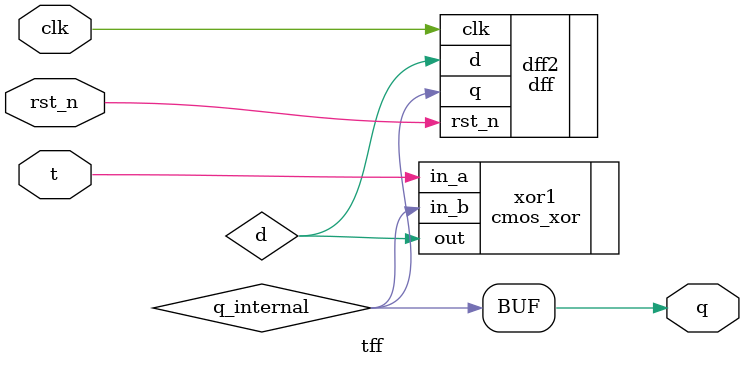
<source format=v>

module tff(
    input rst_n,
    input clk,
    input t,
    output q
);

wire d;
wire q_internal;

// Using XOR combinational logic to convert t to d
//assign d = t ^ q_internal;
cmos_xor xor1(
    .in_a(t),
    .in_b(q_internal),
    .out(d)
);

// Instantiating DFF
dff dff2(
    .rst_n(rst_n),
    .clk(clk),
    .d(d),
    .q(q_internal)
);

assign q = q_internal;

endmodule
</source>
